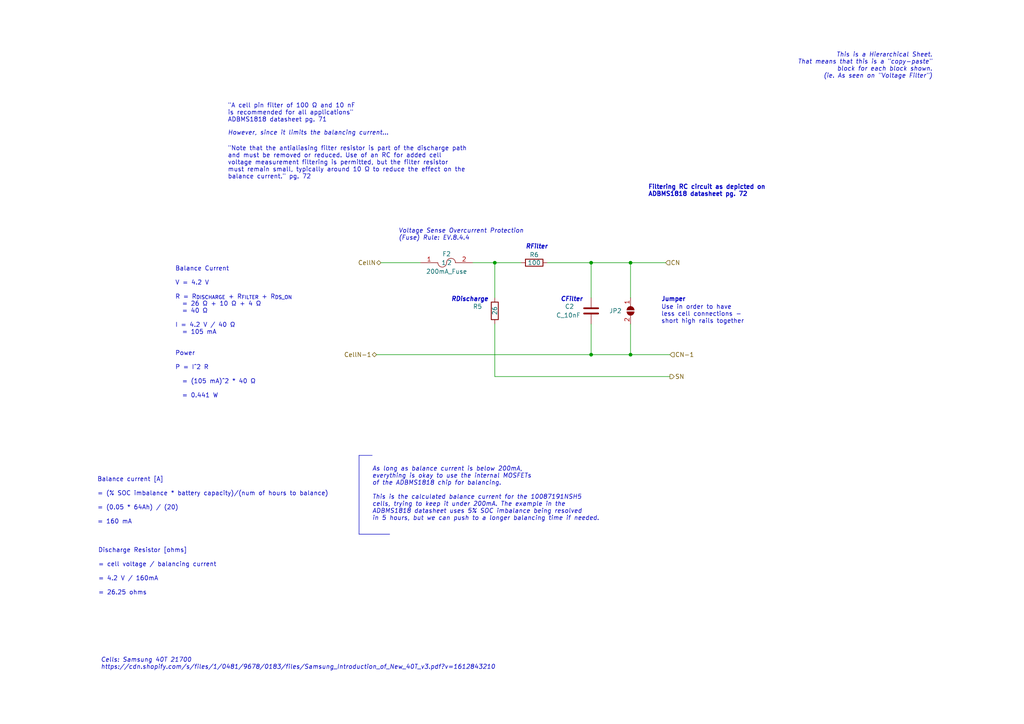
<source format=kicad_sch>
(kicad_sch (version 20250114) (generator "eeschema") (generator_version "9.0")
  (paper "A4")
  (lib_symbols
    (symbol "Jumper:SolderJumper_2_Open" (pin_names (offset 0) (hide yes))
      (property "Reference" "JP" (at 0 2.032 0))
      (property "Value" "SolderJumper_2_Open" (at 0 -2.54 0))
      (symbol "SolderJumper_2_Open_0_1"
        (polyline (pts (xy -0.254 1.016) (xy -0.254 -1.016)))
        (arc (start -0.254 -1.016) (mid -1.2656 0) (end -0.254 1.016))
        (arc (start -0.254 -1.016) (mid -1.2656 0) (end -0.254 1.016) (fill (type outline)))
        (arc (start 0.254 1.016) (mid 1.2656 0) (end 0.254 -1.016))
        (arc (start 0.254 1.016) (mid 1.2656 0) (end 0.254 -1.016) (fill (type outline)))
        (polyline (pts (xy 0.254 1.016) (xy 0.254 -1.016)))
      )
      (symbol "SolderJumper_2_Open_1_1"
        (pin passive line (at -3.81 0 0) (length 2.54) (name "A") (number "1"))
        (pin passive line (at 3.81 0 180) (length 2.54) (name "B") (number "2"))
      )
    )
    (symbol "OEM:10R" (pin_numbers (hide yes)) (pin_names (offset 0))
      (property "Reference" "R" (at 2.032 0 90))
      (property "Value" "10R" (at 0 0 90))
      (symbol "10R_0_1"
        (rectangle (start -1.016 -2.54) (end 1.016 2.54) (stroke (width 0.254)))
      )
      (symbol "10R_1_1"
        (pin passive line (at 0 3.81 270) (length 1.27) (name "~") (number "1"))
        (pin passive line (at 0 -3.81 90) (length 1.27) (name "~") (number "2"))
      )
    )
    (symbol "OEM:10nF" (pin_numbers (hide yes)) (pin_names (offset 0.254))
      (property "Reference" "C" (at 0.635 2.54 0))
      (property "Value" "10nF" (at 0.635 -2.54 0))
      (symbol "10nF_0_1"
        (polyline (pts (xy -2.032 0.762) (xy 2.032 0.762)) (stroke (width 0.508)))
        (polyline (pts (xy -2.032 -0.762) (xy 2.032 -0.762)) (stroke (width 0.508)))
      )
      (symbol "10nF_1_1"
        (pin passive line (at 0 3.81 270) (length 2.794) (name "~") (number "1"))
        (pin passive line (at 0 -3.81 90) (length 2.794) (name "~") (number "2"))
      )
    )
    (symbol "OEM:22R-1W" (pin_numbers (hide yes)) (pin_names (offset 0))
      (property "Reference" "R" (at -6.35 0 90))
      (property "Value" "22R-1W" (at -3.81 0 90))
      (symbol "22R-1W_0_1"
        (rectangle (start -1.016 -2.54) (end 1.016 2.54) (stroke (width 0.254)))
      )
      (symbol "22R-1W_1_1"
        (pin passive line (at 0 3.81 270) (length 1.27) (name "~") (number "1"))
        (pin passive line (at 0 -3.81 90) (length 1.27) (name "~") (number "2"))
      )
    )
    (symbol "OEM:F_200mA_125V" (pin_names (offset 1.016))
      (property "Reference" "F" (at 0 3.81 0))
      (property "Value" "F_200mA_125V" (at 0 -3.81 0))
      (symbol "F_200mA_125V_0_1"
        (arc (start 0 0) (mid -1.27 -1.2645) (end -2.54 0))
        (arc (start 0 0) (mid 0.3592 0.9108) (end 1.27 1.27))
        (arc (start 1.27 1.27) (mid 2.1808 0.9108) (end 2.54 0))
      )
      (symbol "F_200mA_125V_1_1"
        (pin input line (at -7.62 0 0) (length 5.08) (name "1") (number "1"))
        (pin input line (at 7.62 0 180) (length 5.08) (name "2") (number "2"))
      )
    )
  )
  (text "Filtering RC circuit as depicted on\nADBMS1818 datasheet pg. 72" (at 187.96 57.15 0) (effects (font (size 1.27 1.27) (thickness 0.254) (bold yes)) (justify left bottom)))
  (text "\"A cell pin filter of 100 Ω and 10 nF\nis recommended for all applications\"\nADBMS1818 datasheet pg. 71" (at 66.04 35.56 0) (effects (font (size 1.27 1.27)) (justify left bottom)))
  (text "Cells: Samsung 40T 21700\nhttps://cdn.shopify.com/s/files/1/0481/9678/0183/files/Samsung_Introduction_of_New_40T_v3.pdf?v=1612843210" (at 29.21 194.31 0) (effects (font (size 1.27 1.27) (italic yes)) (justify left bottom)))
  (text "Balance current [A]\n\n= (% SOC imbalance * battery capacity)/(num of hours to balance)\n\n= (0.05 * 64Ah) / (20)\n\n= 160 mA" (at 28.194 152.146 0) (effects (font (size 1.27 1.27)) (justify left bottom)))
  (text "RFilter" (at 152.4 72.39 0) (effects (font (size 1.27 1.27) (bold yes) (italic yes)) (justify left bottom)))
  (text "Discharge Resistor [ohms]\n\n= cell voltage / balancing current\n\n= 4.2 V / 160mA\n\n= 26.25 ohms" (at 28.448 172.72 0) (effects (font (size 1.27 1.27)) (justify left bottom)))
  (text "Use in order to have\nless cell connections -\nshort high rails together" (at 191.77 93.98 0) (effects (font (size 1.27 1.27)) (justify left bottom)))
  (text "\"Note that the antialiasing filter resistor is part of the discharge path\nand must be removed or reduced. Use of an RC for added cell\nvoltage measurement filtering is permitted, but the filter resistor\nmust remain small, typically around 10 Ω to reduce the effect on the\nbalance current.\" pg. 72" (at 66.04 52.07 0) (effects (font (size 1.27 1.27)) (justify left bottom)))
  (text "However, since it limits the balancing current..." (at 66.04 39.37 0) (effects (font (size 1.27 1.27) (italic yes)) (justify left bottom)))
  (text "RDischarge" (at 130.81 87.63 0) (effects (font (size 1.27 1.27) (bold yes) (italic yes)) (justify left bottom)))
  (text "Balance Current\n\nV = 4.2 V\n\nR = R_{DISCHARGE} + R_{FILTER} + R_{DS_ON}\n  = 26 Ω + 10 Ω + 4 Ω\n  = 40 Ω\n\nI = 4.2 V / 40 Ω\n  = 105 mA\n\n\nPower\n\nP = I^2 R\n\n  = (105 mA)^2 * 40 Ω\n\n  = 0.441 W" (at 50.8 115.57 0) (effects (font (size 1.27 1.27)) (justify left bottom)))
  (text "As long as balance current is below 200mA,\neverything is okay to use the internal MOSFETs\nof the ADBMS1818 chip for balancing.\n\nThis is the calculated balance current for the 10087191NSH5\ncells, trying to keep it under 200mA. The example in the \nADBMS1818 datasheet uses 5% SOC imbalance being resolved\nin 5 hours, but we can push to a longer balancing time if needed." (at 107.95 151.13 0) (effects (font (size 1.27 1.27) (italic yes)) (justify left bottom)))
  (text "This is a Hierarchical Sheet.\nThat means that this is a \"copy-paste\"\nblock for each block shown.\n(ie. As seen on \"Voltage Filter\")" (at 270.51 22.86 0) (effects (font (size 1.27 1.27) (italic yes)) (justify right bottom)))
  (text "CFilter" (at 162.56 87.63 0) (effects (font (size 1.27 1.27) (bold yes) (italic yes)) (justify left bottom)))
  (text "Voltage Sense Overcurrent Protection\n(Fuse) Rule: EV.8.4.4" (at 115.57 69.85 0) (effects (font (size 1.27 1.27) (italic yes)) (justify left bottom)))
  (text "Jumper" (at 191.77 87.63 0) (effects (font (size 1.27 1.27) (thickness 0.254) (bold yes)) (justify left bottom)))
  (junction (at 171.45 102.87))
  (junction (at 182.88 76.2))
  (junction (at 171.45 76.2))
  (junction (at 182.88 102.87))
  (junction (at 143.51 76.2))
  (wire (pts (xy 143.51 76.2) (xy 143.51 86.36)))
  (wire (pts (xy 110.49 76.2) (xy 121.92 76.2)))
  (wire (pts (xy 171.45 93.98) (xy 171.45 102.87)))
  (polyline (pts (xy 104.14 132.08) (xy 104.14 154.94)))
  (wire (pts (xy 182.88 76.2) (xy 193.04 76.2)))
  (polyline (pts (xy 107.95 132.08) (xy 104.14 132.08)))
  (polyline (pts (xy 104.14 154.94) (xy 113.03 154.94)))
  (wire (pts (xy 182.88 76.2) (xy 182.88 86.36)))
  (wire (pts (xy 109.22 102.87) (xy 171.45 102.87)))
  (wire (pts (xy 143.51 76.2) (xy 151.13 76.2)))
  (wire (pts (xy 143.51 109.22) (xy 143.51 93.98)))
  (wire (pts (xy 158.75 76.2) (xy 171.45 76.2)))
  (wire (pts (xy 143.51 109.22) (xy 194.31 109.22)))
  (wire (pts (xy 171.45 76.2) (xy 182.88 76.2)))
  (wire (pts (xy 137.16 76.2) (xy 143.51 76.2)))
  (wire (pts (xy 171.45 102.87) (xy 182.88 102.87)))
  (wire (pts (xy 171.45 76.2) (xy 171.45 86.36)))
  (wire (pts (xy 182.88 102.87) (xy 194.31 102.87)))
  (wire (pts (xy 182.88 93.98) (xy 182.88 102.87)))
  (hierarchical_label "SN" (shape output) (at 194.31 109.22 0))
  (hierarchical_label "CN" (shape input) (at 193.04 76.2 0))
  (hierarchical_label "CellN-1" (shape bidirectional) (at 109.22 102.87 180))
  (hierarchical_label "CN-1" (shape input) (at 194.31 102.87 0))
  (hierarchical_label "CellN" (shape bidirectional) (at 110.49 76.2 180))
  (symbol (lib_id "OEM:10nF") (at 171.45 90.17 0) (unit 1)
    (property "Reference" "C3" (at 163.83 88.9 0) (effects (justify left)))
    (property "Value" "C_10nF" (at 161.29 91.44 0) (effects (justify left)))
    (property "Footprint" "OEM:C_0603_1608Metric" (effects (hide yes)))
    (property "Datasheet" "${OEM_DIR}/parts/datasheets/samsung_CL10B103KB8NNNC.pdf" (effects (hide yes)))
    (property "MFN" "Samsung Electro-Mechanics" (effects (hide yes)))
    (property "MPN" "CL10B103KB8NNNC" (effects (hide yes)))
    (property "DKPN" "1276-1009-2-ND" (effects (hide yes)))
    (property "Package" "0603" (effects (hide yes)))
    (property "Stocked" "Reel" (effects (hide yes)))
    (property "NewDesigns" "YES" (effects (hide yes)))
    (property "Style" "SMD" (effects (hide yes)))
    (instances (project "bms" (path "" (reference "C2") (unit 1)) (path "" (reference "C1") (unit 1)) (path "" (reference "C10") (unit 1)) (path "" (reference "C7") (unit 1)) (path "" (reference "C4") (unit 1)) (path "" (reference "C5") (unit 1)) (path "" (reference "C11") (unit 1)) (path "" (reference "C6") (unit 1)) (path "" (reference "C14") (unit 1)) (path "" (reference "C12") (unit 1)) (path "" (reference "C3") (unit 1)) (path "" (reference "C9") (unit 1)) (path "" (reference "C8") (unit 1)) (path "" (reference "C13") (unit 1))))
  )
  (symbol (lib_id "OEM:F_200mA_125V") (at 129.54 76.2 0) (unit 1)
    (property "Reference" "F3" (at 129.54 73.66 0))
    (property "Value" "200mA_Fuse" (at 129.54 78.74 0))
    (property "Footprint" "Fuse:Fuse_1206_3216Metric" (effects (hide yes)))
    (property "MPN" "0466.200NRHF" (effects (hide yes)))
    (property "MFN" "Littlefuse" (effects (hide yes)))
    (property "DKPN" "F5691CT-ND" (effects (hide yes)))
    (property "NewDesigns" "YES" (effects (hide yes)))
    (property "Stocked" "F5691DKR-ND" (effects (hide yes)))
    (property "Package" "1206" (effects (hide yes)))
    (property "Style" "SMD" (effects (hide yes)))
    (instances (project "bms" (path "" (reference "F2") (unit 1)) (path "" (reference "F1") (unit 1)) (path "" (reference "F10") (unit 1)) (path "" (reference "F7") (unit 1)) (path "" (reference "F4") (unit 1)) (path "" (reference "F5") (unit 1)) (path "" (reference "F11") (unit 1)) (path "" (reference "F6") (unit 1)) (path "" (reference "F14") (unit 1)) (path "" (reference "F12") (unit 1)) (path "" (reference "F3") (unit 1)) (path "" (reference "F9") (unit 1)) (path "" (reference "F8") (unit 1)) (path "" (reference "F13") (unit 1))))
  )
  (symbol (lib_id "OEM:22R-1W") (at 143.51 90.17 0) (unit 1)
    (property "Reference" "R8" (at 137.16 88.9 0) (effects (justify left)))
    (property "Value" "26" (at 143.51 91.44 90) (effects (justify left)))
    (property "Footprint" "Resistor_SMD:R_2512_6332Metric" (effects (hide yes)))
    (property "Datasheet" "https://www.te.com/commerce/DocumentDelivery/DDEController?Action=srchrtrv&DocNm=1773139&DocType=DS&DocLang=English" (effects (hide yes)))
    (property "MPN" "352022RJT" (effects (hide yes)))
    (property "MFN" "TE Connectivity Passive Product" (effects (hide yes)))
    (property "DKPN" "A102515DKR-ND" (effects (hide yes)))
    (property "NewDesigns" "YES" (effects (hide yes)))
    (property "Stocked" "Digi-Reel" (effects (hide yes)))
    (property "Package" "2512" (effects (hide yes)))
    (property "Style" "SMD" (effects (hide yes)))
    (instances (project "bms" (path "" (reference "R5") (unit 1)) (path "" (reference "R2") (unit 1)) (path "" (reference "R37") (unit 1)) (path "" (reference "R20") (unit 1)) (path "" (reference "R11") (unit 1)) (path "" (reference "R14") (unit 1)) (path "" (reference "R40") (unit 1)) (path "" (reference "R17") (unit 1)) (path "" (reference "R49") (unit 1)) (path "" (reference "R43") (unit 1)) (path "" (reference "R8") (unit 1)) (path "" (reference "R26") (unit 1)) (path "" (reference "R23") (unit 1)) (path "" (reference "R46") (unit 1))))
  )
  (symbol (lib_id "OEM:10R") (at 154.94 76.2 90) (unit 1)
    (property "Reference" "R9" (at 154.94 73.914 90))
    (property "Value" "100" (at 154.94 76.2 90))
    (property "Footprint" "OEM:R_0603_1608Metric" (effects (hide yes)))
    (property "Datasheet" "https://www.koaspeer.com/pdfs/SG73P.pdf" (effects (hide yes)))
    (property "MFN" "KOA Speer Electronics, Inc." (effects (hide yes)))
    (property "MPN" "SG73P1JTTD100J" (effects (hide yes)))
    (property "DKPN" "2019-SG73P1JTTD100JDKR-ND" (effects (hide yes)))
    (property "NewDesigns" "YES" (effects (hide yes)))
    (property "Stocked" "Digi-Reel" (effects (hide yes)))
    (property "Package" "0603" (effects (hide yes)))
    (property "Style" "SMD" (effects (hide yes)))
    (instances (project "bms" (path "" (reference "R6") (unit 1)) (path "" (reference "R3") (unit 1)) (path "" (reference "R38") (unit 1)) (path "" (reference "R21") (unit 1)) (path "" (reference "R12") (unit 1)) (path "" (reference "R15") (unit 1)) (path "" (reference "R41") (unit 1)) (path "" (reference "R18") (unit 1)) (path "" (reference "R50") (unit 1)) (path "" (reference "R44") (unit 1)) (path "" (reference "R9") (unit 1)) (path "" (reference "R27") (unit 1)) (path "" (reference "R24") (unit 1)) (path "" (reference "R47") (unit 1))))
  )
  (symbol (lib_id "Jumper:SolderJumper_2_Open") (at 182.88 90.17 270) (unit 1) (in_bom no)
    (property "Reference" "JP3" (at 180.34 90.17 90) (effects (justify right)))
    (property "Value" "SolderJumper_2_Open" (effects (hide yes)))
    (property "Footprint" "Jumper:SolderJumper-2_P1.3mm_Open_TrianglePad1.0x1.5mm" (effects (hide yes)))
    (instances (project "bms" (path "" (reference "JP2") (unit 1)) (path "" (reference "JP1") (unit 1)) (path "" (reference "JP10") (unit 1)) (path "" (reference "JP7") (unit 1)) (path "" (reference "JP4") (unit 1)) (path "" (reference "JP5") (unit 1)) (path "" (reference "JP11") (unit 1)) (path "" (reference "JP6") (unit 1)) (path "" (reference "JP14") (unit 1)) (path "" (reference "JP12") (unit 1)) (path "" (reference "JP3") (unit 1)) (path "" (reference "JP9") (unit 1)) (path "" (reference "JP8") (unit 1)) (path "" (reference "JP13") (unit 1))))
  )
)
</source>
